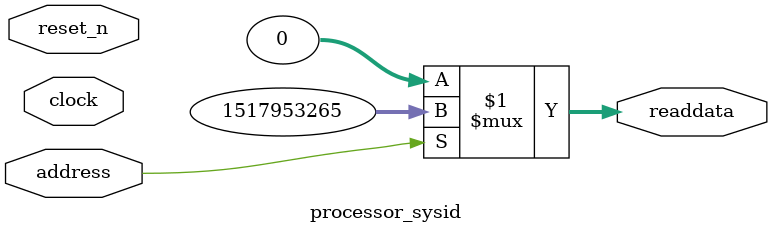
<source format=v>



// synthesis translate_off
`timescale 1ns / 1ps
// synthesis translate_on

// turn off superfluous verilog processor warnings 
// altera message_level Level1 
// altera message_off 10034 10035 10036 10037 10230 10240 10030 

module processor_sysid (
               // inputs:
                address,
                clock,
                reset_n,

               // outputs:
                readdata
             )
;

  output  [ 31: 0] readdata;
  input            address;
  input            clock;
  input            reset_n;

  wire    [ 31: 0] readdata;
  //control_slave, which is an e_avalon_slave
  assign readdata = address ? 1517953265 : 0;

endmodule



</source>
